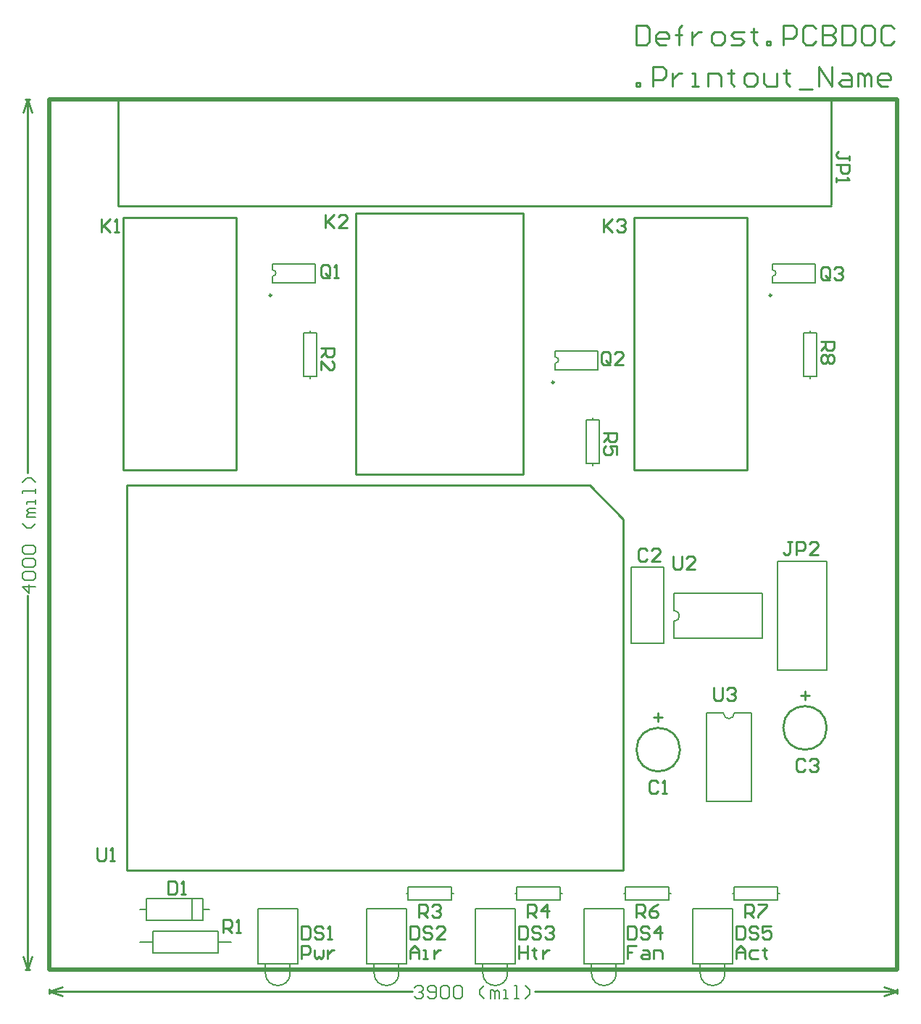
<source format=gto>
%FSLAX23Y23*%
%MOIN*%
G70*
G01*
G75*
%ADD10R,0.024X0.087*%
%ADD11R,0.024X0.087*%
%ADD12C,0.012*%
%ADD13C,0.020*%
%ADD14C,0.001*%
%ADD15C,0.001*%
%ADD16C,0.010*%
%ADD17C,0.006*%
%ADD18C,0.062*%
%ADD19C,0.070*%
%ADD20R,0.062X0.062*%
%ADD21C,0.120*%
%ADD22R,0.120X0.120*%
%ADD23R,0.110X0.110*%
%ADD24C,0.110*%
%ADD25C,0.175*%
%ADD26C,0.050*%
%ADD27C,0.010*%
%ADD28C,0.008*%
%ADD29C,0.005*%
%ADD30C,0.008*%
D13*
X0Y4000D02*
X3900D01*
Y0D02*
Y4000D01*
X0Y0D02*
X3900D01*
X0D02*
Y4000D01*
D14*
X2993Y-17D02*
G03*
X3107Y-17I57J0D01*
G01*
X1493D02*
G03*
X1607Y-17I57J0D01*
G01*
X2493D02*
G03*
X2607Y-17I57J0D01*
G01*
X1993D02*
G03*
X2107Y-17I57J0D01*
G01*
X993D02*
G03*
X1107Y-17I57J0D01*
G01*
D15*
X2958Y279D02*
X3142D01*
X2958Y27D02*
Y279D01*
Y27D02*
X3142D01*
Y279D01*
X3107Y-17D02*
Y27D01*
X2993Y-17D02*
Y27D01*
X1493Y-17D02*
Y27D01*
X1607Y-17D02*
Y27D01*
X1642D02*
Y279D01*
X1458Y27D02*
X1642D01*
X1458D02*
Y279D01*
X1642D01*
X2493Y-17D02*
Y27D01*
X2607Y-17D02*
Y27D01*
X2642D02*
Y279D01*
X2458Y27D02*
X2642D01*
X2458D02*
Y279D01*
X2642D01*
X1958D02*
X2142D01*
X1958Y27D02*
Y279D01*
Y27D02*
X2142D01*
Y279D01*
X2107Y-17D02*
Y27D01*
X1993Y-17D02*
Y27D01*
X993Y-17D02*
Y27D01*
X1107Y-17D02*
Y27D01*
X1142D02*
Y279D01*
X958Y27D02*
X1142D01*
X958D02*
Y279D01*
X1142D01*
D16*
X2900Y1010D02*
G03*
X2900Y1010I-100J0D01*
G01*
X3575Y1110D02*
G03*
X3575Y1110I-100J0D01*
G01*
X1410Y3475D02*
X2180D01*
X1410Y2275D02*
Y3475D01*
Y2275D02*
X2180D01*
Y3475D01*
X2780Y1160D02*
X2820D01*
X2800Y1140D02*
Y1180D01*
X3455Y1260D02*
X3495D01*
X3475Y1240D02*
Y1280D01*
X2690Y3455D02*
X3210D01*
X2690Y2295D02*
Y3455D01*
Y2295D02*
X3210D01*
Y3455D01*
X340D02*
X860D01*
X340Y2295D02*
Y3455D01*
Y2295D02*
X860D01*
Y3455D01*
X2640Y455D02*
Y2070D01*
X355Y455D02*
X2640D01*
X355D02*
Y2225D01*
X2485D02*
X2640Y2070D01*
X355Y2225D02*
X2485D01*
X3596Y3514D02*
Y3994D01*
X316Y3509D02*
Y3994D01*
X3596D01*
X316Y3509D02*
X3596D01*
X1290Y3190D02*
Y3230D01*
X1280Y3240D01*
X1260D01*
X1250Y3230D01*
Y3190D01*
X1260Y3180D01*
X1280D01*
X1270Y3200D02*
X1290Y3180D01*
X1280D02*
X1290Y3190D01*
X1310Y3180D02*
X1330D01*
X1320D01*
Y3240D01*
X1310Y3230D01*
X3415Y1965D02*
X3395D01*
X3405D01*
Y1915D01*
X3395Y1905D01*
X3385D01*
X3375Y1915D01*
X3435Y1905D02*
Y1965D01*
X3465D01*
X3475Y1955D01*
Y1935D01*
X3465Y1925D01*
X3435D01*
X3535Y1905D02*
X3495D01*
X3535Y1945D01*
Y1955D01*
X3525Y1965D01*
X3505D01*
X3495Y1955D01*
X3475Y960D02*
X3465Y970D01*
X3445D01*
X3435Y960D01*
Y920D01*
X3445Y910D01*
X3465D01*
X3475Y920D01*
X3495Y960D02*
X3505Y970D01*
X3525D01*
X3535Y960D01*
Y950D01*
X3525Y940D01*
X3515D01*
X3525D01*
X3535Y930D01*
Y920D01*
X3525Y910D01*
X3505D01*
X3495Y920D01*
X2800Y860D02*
X2790Y870D01*
X2770D01*
X2760Y860D01*
Y820D01*
X2770Y810D01*
X2790D01*
X2800Y820D01*
X2820Y810D02*
X2840D01*
X2830D01*
Y870D01*
X2820Y860D01*
X2750Y1925D02*
X2740Y1935D01*
X2720D01*
X2710Y1925D01*
Y1885D01*
X2720Y1875D01*
X2740D01*
X2750Y1885D01*
X2810Y1875D02*
X2770D01*
X2810Y1915D01*
Y1925D01*
X2800Y1935D01*
X2780D01*
X2770Y1925D01*
X545Y405D02*
Y345D01*
X575D01*
X585Y355D01*
Y395D01*
X575Y405D01*
X545D01*
X605Y345D02*
X625D01*
X615D01*
Y405D01*
X605Y395D01*
X3680Y3720D02*
Y3740D01*
Y3730D01*
X3630D01*
X3620Y3740D01*
Y3750D01*
X3630Y3760D01*
X3620Y3700D02*
X3680D01*
Y3670D01*
X3670Y3660D01*
X3650D01*
X3640Y3670D01*
Y3700D01*
X3620Y3640D02*
Y3620D01*
Y3630D01*
X3680D01*
X3670Y3640D01*
X1270Y3470D02*
Y3410D01*
Y3430D01*
X1310Y3470D01*
X1280Y3440D01*
X1310Y3410D01*
X1370D02*
X1330D01*
X1370Y3450D01*
Y3460D01*
X1360Y3470D01*
X1340D01*
X1330Y3460D01*
X2580Y2790D02*
Y2830D01*
X2570Y2840D01*
X2550D01*
X2540Y2830D01*
Y2790D01*
X2550Y2780D01*
X2570D01*
X2560Y2800D02*
X2580Y2780D01*
X2570D02*
X2580Y2790D01*
X2640Y2780D02*
X2600D01*
X2640Y2820D01*
Y2830D01*
X2630Y2840D01*
X2610D01*
X2600Y2830D01*
X3590Y3180D02*
Y3220D01*
X3580Y3230D01*
X3560D01*
X3550Y3220D01*
Y3180D01*
X3560Y3170D01*
X3580D01*
X3570Y3190D02*
X3590Y3170D01*
X3580D02*
X3590Y3180D01*
X3610Y3220D02*
X3620Y3230D01*
X3640D01*
X3650Y3220D01*
Y3210D01*
X3640Y3200D01*
X3630D01*
X3640D01*
X3650Y3190D01*
Y3180D01*
X3640Y3170D01*
X3620D01*
X3610Y3180D01*
X2870Y1900D02*
Y1850D01*
X2880Y1840D01*
X2900D01*
X2910Y1850D01*
Y1900D01*
X2970Y1840D02*
X2930D01*
X2970Y1880D01*
Y1890D01*
X2960Y1900D01*
X2940D01*
X2930Y1890D01*
X2550Y2465D02*
X2610D01*
Y2435D01*
X2600Y2425D01*
X2580D01*
X2570Y2435D01*
Y2465D01*
Y2445D02*
X2550Y2425D01*
X2610Y2365D02*
Y2405D01*
X2580D01*
X2590Y2385D01*
Y2375D01*
X2580Y2365D01*
X2560D01*
X2550Y2375D01*
Y2395D01*
X2560Y2405D01*
X3550Y2885D02*
X3610D01*
Y2855D01*
X3600Y2845D01*
X3580D01*
X3570Y2855D01*
Y2885D01*
Y2865D02*
X3550Y2845D01*
X3600Y2825D02*
X3610Y2815D01*
Y2795D01*
X3600Y2785D01*
X3590D01*
X3580Y2795D01*
X3570Y2785D01*
X3560D01*
X3550Y2795D01*
Y2815D01*
X3560Y2825D01*
X3570D01*
X3580Y2815D01*
X3590Y2825D01*
X3600D01*
X3580Y2815D02*
Y2795D01*
X800Y170D02*
Y230D01*
X830D01*
X840Y220D01*
Y200D01*
X830Y190D01*
X800D01*
X820D02*
X840Y170D01*
X860D02*
X880D01*
X870D01*
Y230D01*
X860Y220D01*
X2200Y240D02*
Y300D01*
X2230D01*
X2240Y290D01*
Y270D01*
X2230Y260D01*
X2200D01*
X2220D02*
X2240Y240D01*
X2290D02*
Y300D01*
X2260Y270D01*
X2300D01*
X2700Y240D02*
Y300D01*
X2730D01*
X2740Y290D01*
Y270D01*
X2730Y260D01*
X2700D01*
X2720D02*
X2740Y240D01*
X2800Y300D02*
X2780Y290D01*
X2760Y270D01*
Y250D01*
X2770Y240D01*
X2790D01*
X2800Y250D01*
Y260D01*
X2790Y270D01*
X2760D01*
X1700Y240D02*
Y300D01*
X1730D01*
X1740Y290D01*
Y270D01*
X1730Y260D01*
X1700D01*
X1720D02*
X1740Y240D01*
X1760Y290D02*
X1770Y300D01*
X1790D01*
X1800Y290D01*
Y280D01*
X1790Y270D01*
X1780D01*
X1790D01*
X1800Y260D01*
Y250D01*
X1790Y240D01*
X1770D01*
X1760Y250D01*
X1160Y200D02*
Y140D01*
X1190D01*
X1200Y150D01*
Y190D01*
X1190Y200D01*
X1160D01*
X1260Y190D02*
X1250Y200D01*
X1230D01*
X1220Y190D01*
Y180D01*
X1230Y170D01*
X1250D01*
X1260Y160D01*
Y150D01*
X1250Y140D01*
X1230D01*
X1220Y150D01*
X1280Y140D02*
X1300D01*
X1290D01*
Y200D01*
X1280Y190D01*
X2160Y200D02*
Y140D01*
X2190D01*
X2200Y150D01*
Y190D01*
X2190Y200D01*
X2160D01*
X2260Y190D02*
X2250Y200D01*
X2230D01*
X2220Y190D01*
Y180D01*
X2230Y170D01*
X2250D01*
X2260Y160D01*
Y150D01*
X2250Y140D01*
X2230D01*
X2220Y150D01*
X2280Y190D02*
X2290Y200D01*
X2310D01*
X2320Y190D01*
Y180D01*
X2310Y170D01*
X2300D01*
X2310D01*
X2320Y160D01*
Y150D01*
X2310Y140D01*
X2290D01*
X2280Y150D01*
X2660Y200D02*
Y140D01*
X2690D01*
X2700Y150D01*
Y190D01*
X2690Y200D01*
X2660D01*
X2760Y190D02*
X2750Y200D01*
X2730D01*
X2720Y190D01*
Y180D01*
X2730Y170D01*
X2750D01*
X2760Y160D01*
Y150D01*
X2750Y140D01*
X2730D01*
X2720Y150D01*
X2810Y140D02*
Y200D01*
X2780Y170D01*
X2820D01*
X3160Y200D02*
Y140D01*
X3190D01*
X3200Y150D01*
Y190D01*
X3190Y200D01*
X3160D01*
X3260Y190D02*
X3250Y200D01*
X3230D01*
X3220Y190D01*
Y180D01*
X3230Y170D01*
X3250D01*
X3260Y160D01*
Y150D01*
X3250Y140D01*
X3230D01*
X3220Y150D01*
X3320Y200D02*
X3280D01*
Y170D01*
X3300Y180D01*
X3310D01*
X3320Y170D01*
Y150D01*
X3310Y140D01*
X3290D01*
X3280Y150D01*
X1660Y200D02*
Y140D01*
X1690D01*
X1700Y150D01*
Y190D01*
X1690Y200D01*
X1660D01*
X1760Y190D02*
X1750Y200D01*
X1730D01*
X1720Y190D01*
Y180D01*
X1730Y170D01*
X1750D01*
X1760Y160D01*
Y150D01*
X1750Y140D01*
X1730D01*
X1720Y150D01*
X1820Y140D02*
X1780D01*
X1820Y180D01*
Y190D01*
X1810Y200D01*
X1790D01*
X1780Y190D01*
X1250Y2855D02*
X1310D01*
Y2825D01*
X1300Y2815D01*
X1280D01*
X1270Y2825D01*
Y2855D01*
Y2835D02*
X1250Y2815D01*
Y2755D02*
Y2795D01*
X1290Y2755D01*
X1300D01*
X1310Y2765D01*
Y2785D01*
X1300Y2795D01*
X3200Y240D02*
Y300D01*
X3230D01*
X3240Y290D01*
Y270D01*
X3230Y260D01*
X3200D01*
X3220D02*
X3240Y240D01*
X3260Y300D02*
X3300D01*
Y290D01*
X3260Y250D01*
Y240D01*
X3055Y1295D02*
Y1245D01*
X3065Y1235D01*
X3085D01*
X3095Y1245D01*
Y1295D01*
X3115Y1285D02*
X3125Y1295D01*
X3145D01*
X3155Y1285D01*
Y1275D01*
X3145Y1265D01*
X3135D01*
X3145D01*
X3155Y1255D01*
Y1245D01*
X3145Y1235D01*
X3125D01*
X3115Y1245D01*
X2550Y3450D02*
Y3390D01*
Y3410D01*
X2590Y3450D01*
X2560Y3420D01*
X2590Y3390D01*
X2610Y3440D02*
X2620Y3450D01*
X2640D01*
X2650Y3440D01*
Y3430D01*
X2640Y3420D01*
X2630D01*
X2640D01*
X2650Y3410D01*
Y3400D01*
X2640Y3390D01*
X2620D01*
X2610Y3400D01*
X240Y3450D02*
Y3390D01*
Y3410D01*
X280Y3450D01*
X250Y3420D01*
X280Y3390D01*
X300D02*
X320D01*
X310D01*
Y3450D01*
X300Y3440D01*
X220Y560D02*
Y510D01*
X230Y500D01*
X250D01*
X260Y510D01*
Y560D01*
X280Y500D02*
X300D01*
X290D01*
Y560D01*
X280Y550D01*
X1160Y50D02*
Y110D01*
X1190D01*
X1200Y100D01*
Y80D01*
X1190Y70D01*
X1160D01*
X1220Y90D02*
Y60D01*
X1230Y50D01*
X1240Y60D01*
X1250Y50D01*
X1260Y60D01*
Y90D01*
X1280D02*
Y50D01*
Y70D01*
X1290Y80D01*
X1300Y90D01*
X1310D01*
X1660Y50D02*
Y90D01*
X1680Y110D01*
X1700Y90D01*
Y50D01*
Y80D01*
X1660D01*
X1720Y50D02*
X1740D01*
X1730D01*
Y90D01*
X1720D01*
X1770D02*
Y50D01*
Y70D01*
X1780Y80D01*
X1790Y90D01*
X1800D01*
X2160Y110D02*
Y50D01*
Y80D01*
X2200D01*
Y110D01*
Y50D01*
X2230Y100D02*
Y90D01*
X2220D01*
X2240D01*
X2230D01*
Y60D01*
X2240Y50D01*
X2270Y90D02*
Y50D01*
Y70D01*
X2280Y80D01*
X2290Y90D01*
X2300D01*
X2700Y110D02*
X2660D01*
Y80D01*
X2680D01*
X2660D01*
Y50D01*
X2730Y90D02*
X2750D01*
X2760Y80D01*
Y50D01*
X2730D01*
X2720Y60D01*
X2730Y70D01*
X2760D01*
X2780Y50D02*
Y90D01*
X2810D01*
X2820Y80D01*
Y50D01*
X3160D02*
Y90D01*
X3180Y110D01*
X3200Y90D01*
Y50D01*
Y80D01*
X3160D01*
X3260Y90D02*
X3230D01*
X3220Y80D01*
Y60D01*
X3230Y50D01*
X3260D01*
X3290Y100D02*
Y90D01*
X3280D01*
X3300D01*
X3290D01*
Y60D01*
X3300Y50D01*
X3900Y-110D02*
Y-90D01*
X0Y-110D02*
Y-90D01*
X3840Y-120D02*
X3900Y-100D01*
X3840Y-80D02*
X3900Y-100D01*
X0D02*
X60Y-120D01*
X0Y-100D02*
X60Y-80D01*
X2231Y-100D02*
X3900D01*
X0D02*
X1669D01*
X-110Y4000D02*
X-90D01*
X-110Y0D02*
X-90D01*
X-100Y4000D02*
X-80Y3940D01*
X-120D02*
X-100Y4000D01*
Y0D02*
X-80Y60D01*
X-120D02*
X-100Y0D01*
Y2281D02*
Y4000D01*
Y0D02*
Y1719D01*
X2699Y4340D02*
Y4250D01*
X2744D01*
X2759Y4265D01*
Y4325D01*
X2744Y4340D01*
X2699D01*
X2834Y4250D02*
X2804D01*
X2789Y4265D01*
Y4295D01*
X2804Y4310D01*
X2834D01*
X2849Y4295D01*
Y4280D01*
X2789D01*
X2894Y4250D02*
Y4325D01*
Y4295D01*
X2879D01*
X2909D01*
X2894D01*
Y4325D01*
X2909Y4340D01*
X2954Y4310D02*
Y4250D01*
Y4280D01*
X2969Y4295D01*
X2984Y4310D01*
X2999D01*
X3059Y4250D02*
X3089D01*
X3104Y4265D01*
Y4295D01*
X3089Y4310D01*
X3059D01*
X3044Y4295D01*
Y4265D01*
X3059Y4250D01*
X3134D02*
X3179D01*
X3194Y4265D01*
X3179Y4280D01*
X3149D01*
X3134Y4295D01*
X3149Y4310D01*
X3194D01*
X3239Y4325D02*
Y4310D01*
X3224D01*
X3254D01*
X3239D01*
Y4265D01*
X3254Y4250D01*
X3299D02*
Y4265D01*
X3314D01*
Y4250D01*
X3299D01*
X3374D02*
Y4340D01*
X3419D01*
X3434Y4325D01*
Y4295D01*
X3419Y4280D01*
X3374D01*
X3524Y4325D02*
X3509Y4340D01*
X3479D01*
X3464Y4325D01*
Y4265D01*
X3479Y4250D01*
X3509D01*
X3524Y4265D01*
X3554Y4340D02*
Y4250D01*
X3599D01*
X3614Y4265D01*
Y4280D01*
X3599Y4295D01*
X3554D01*
X3599D01*
X3614Y4310D01*
Y4325D01*
X3599Y4340D01*
X3554D01*
X3644D02*
Y4250D01*
X3689D01*
X3704Y4265D01*
Y4325D01*
X3689Y4340D01*
X3644D01*
X3779D02*
X3749D01*
X3734Y4325D01*
Y4265D01*
X3749Y4250D01*
X3779D01*
X3794Y4265D01*
Y4325D01*
X3779Y4340D01*
X3884Y4325D02*
X3869Y4340D01*
X3839D01*
X3824Y4325D01*
Y4265D01*
X3839Y4250D01*
X3869D01*
X3884Y4265D01*
X2699Y4060D02*
Y4075D01*
X2714D01*
Y4060D01*
X2699D01*
X2774D02*
Y4150D01*
X2819D01*
X2834Y4135D01*
Y4105D01*
X2819Y4090D01*
X2774D01*
X2864Y4120D02*
Y4060D01*
Y4090D01*
X2879Y4105D01*
X2894Y4120D01*
X2909D01*
X2954Y4060D02*
X2984D01*
X2969D01*
Y4120D01*
X2954D01*
X3029Y4060D02*
Y4120D01*
X3074D01*
X3089Y4105D01*
Y4060D01*
X3134Y4135D02*
Y4120D01*
X3119D01*
X3149D01*
X3134D01*
Y4075D01*
X3149Y4060D01*
X3209D02*
X3239D01*
X3254Y4075D01*
Y4105D01*
X3239Y4120D01*
X3209D01*
X3194Y4105D01*
Y4075D01*
X3209Y4060D01*
X3284Y4120D02*
Y4075D01*
X3299Y4060D01*
X3344D01*
Y4120D01*
X3389Y4135D02*
Y4120D01*
X3374D01*
X3404D01*
X3389D01*
Y4075D01*
X3404Y4060D01*
X3449Y4045D02*
X3509D01*
X3539Y4060D02*
Y4150D01*
X3599Y4060D01*
Y4150D01*
X3644Y4120D02*
X3674D01*
X3689Y4105D01*
Y4060D01*
X3644D01*
X3629Y4075D01*
X3644Y4090D01*
X3689D01*
X3719Y4060D02*
Y4120D01*
X3734D01*
X3749Y4105D01*
Y4060D01*
Y4105D01*
X3764Y4120D01*
X3779Y4105D01*
Y4060D01*
X3854D02*
X3824D01*
X3809Y4075D01*
Y4105D01*
X3824Y4120D01*
X3854D01*
X3869Y4105D01*
Y4090D01*
X3809D01*
D17*
X1679Y-86D02*
X1689Y-76D01*
X1709D01*
X1719Y-86D01*
Y-96D01*
X1709Y-106D01*
X1699D01*
X1709D01*
X1719Y-116D01*
Y-126D01*
X1709Y-136D01*
X1689D01*
X1679Y-126D01*
X1739D02*
X1749Y-136D01*
X1769D01*
X1779Y-126D01*
Y-86D01*
X1769Y-76D01*
X1749D01*
X1739Y-86D01*
Y-96D01*
X1749Y-106D01*
X1779D01*
X1799Y-86D02*
X1809Y-76D01*
X1829D01*
X1839Y-86D01*
Y-126D01*
X1829Y-136D01*
X1809D01*
X1799Y-126D01*
Y-86D01*
X1859D02*
X1869Y-76D01*
X1889D01*
X1899Y-86D01*
Y-126D01*
X1889Y-136D01*
X1869D01*
X1859Y-126D01*
Y-86D01*
X1999Y-136D02*
X1979Y-116D01*
Y-96D01*
X1999Y-76D01*
X2029Y-136D02*
Y-96D01*
X2039D01*
X2049Y-106D01*
Y-136D01*
Y-106D01*
X2059Y-96D01*
X2069Y-106D01*
Y-136D01*
X2089D02*
X2109D01*
X2099D01*
Y-96D01*
X2089D01*
X2139Y-136D02*
X2159D01*
X2149D01*
Y-76D01*
X2139D01*
X2189Y-136D02*
X2209Y-116D01*
Y-96D01*
X2189Y-76D01*
X-64Y1759D02*
X-124D01*
X-94Y1729D01*
Y1769D01*
X-114Y1789D02*
X-124Y1799D01*
Y1819D01*
X-114Y1829D01*
X-74D01*
X-64Y1819D01*
Y1799D01*
X-74Y1789D01*
X-114D01*
Y1849D02*
X-124Y1859D01*
Y1879D01*
X-114Y1889D01*
X-74D01*
X-64Y1879D01*
Y1859D01*
X-74Y1849D01*
X-114D01*
Y1909D02*
X-124Y1919D01*
Y1939D01*
X-114Y1949D01*
X-74D01*
X-64Y1939D01*
Y1919D01*
X-74Y1909D01*
X-114D01*
X-64Y2049D02*
X-84Y2029D01*
X-104D01*
X-124Y2049D01*
X-64Y2079D02*
X-104D01*
Y2089D01*
X-94Y2099D01*
X-64D01*
X-94D01*
X-104Y2109D01*
X-94Y2119D01*
X-64D01*
Y2139D02*
Y2159D01*
Y2149D01*
X-104D01*
Y2139D01*
X-64Y2189D02*
Y2209D01*
Y2199D01*
X-124D01*
Y2189D01*
X-64Y2239D02*
X-84Y2259D01*
X-104D01*
X-124Y2239D01*
D27*
X1021Y3098D02*
G03*
X1021Y3098I-5J0D01*
G01*
X3321D02*
G03*
X3321Y3098I-5J0D01*
G01*
X2321Y2698D02*
G03*
X2321Y2698I-5J0D01*
G01*
D28*
X1027Y3186D02*
G03*
X1027Y3214I0J14D01*
G01*
X2872Y1600D02*
G03*
X2872Y1650I0J25D01*
G01*
X3327Y3186D02*
G03*
X3327Y3214I0J14D01*
G01*
X2327Y2786D02*
G03*
X2327Y2814I0J14D01*
G01*
X3100Y1178D02*
G03*
X3150Y1178I25J0D01*
G01*
D29*
X2993Y-17D02*
G03*
X3107Y-17I57J0D01*
G01*
X1493D02*
G03*
X1607Y-17I57J0D01*
G01*
X2493D02*
G03*
X2607Y-17I57J0D01*
G01*
X1993D02*
G03*
X2107Y-17I57J0D01*
G01*
X993D02*
G03*
X1107Y-17I57J0D01*
G01*
X2958Y279D02*
X3142D01*
Y27D02*
Y279D01*
X2958Y27D02*
X3142D01*
X2958D02*
Y279D01*
X3107Y-17D02*
Y27D01*
X2993Y-17D02*
Y27D01*
X1493Y-17D02*
Y27D01*
X1607Y-17D02*
Y27D01*
X1458D02*
Y279D01*
Y27D02*
X1642D01*
Y279D01*
X1458D02*
X1642D01*
X2493Y-17D02*
Y27D01*
X2607Y-17D02*
Y27D01*
X2458D02*
Y279D01*
Y27D02*
X2642D01*
Y279D01*
X2458D02*
X2642D01*
X1958D02*
X2142D01*
Y27D02*
Y279D01*
X1958Y27D02*
X2142D01*
X1958D02*
Y279D01*
X2107Y-17D02*
Y27D01*
X1993Y-17D02*
Y27D01*
X993Y-17D02*
Y27D01*
X1107Y-17D02*
Y27D01*
X958D02*
Y279D01*
Y27D02*
X1142D01*
Y279D01*
X958D02*
X1142D01*
D30*
X1027Y3157D02*
Y3186D01*
Y3214D02*
Y3243D01*
X1223Y3157D02*
Y3243D01*
X1027Y3157D02*
X1223D01*
X1027Y3243D02*
X1223D01*
X3350Y1875D02*
X3575D01*
Y1375D02*
Y1875D01*
X3350Y1375D02*
Y1875D01*
Y1375D02*
X3575D01*
X2872Y1521D02*
Y1600D01*
Y1650D02*
Y1729D01*
X3278Y1521D02*
Y1729D01*
X2872Y1521D02*
X3278D01*
X2872Y1729D02*
X3278D01*
X2675Y1500D02*
X2825D01*
X2675D02*
Y1850D01*
X2825D01*
Y1500D02*
Y1850D01*
X3327Y3243D02*
X3523D01*
X3327Y3157D02*
X3523D01*
Y3243D01*
X3327Y3214D02*
Y3243D01*
Y3157D02*
Y3186D01*
X2327Y2843D02*
X2523D01*
X2327Y2757D02*
X2523D01*
Y2843D01*
X2327Y2814D02*
Y2843D01*
Y2757D02*
Y2786D01*
X3500Y2925D02*
Y2934D01*
Y2716D02*
Y2725D01*
Y2925D02*
X3530D01*
Y2725D02*
Y2925D01*
X3470Y2725D02*
X3530D01*
X3470D02*
Y2925D01*
X3500D01*
X2500Y2525D02*
Y2534D01*
Y2316D02*
Y2325D01*
Y2525D02*
X2530D01*
Y2325D02*
Y2525D01*
X2470Y2325D02*
X2530D01*
X2470D02*
Y2525D01*
X2500D01*
X1850Y350D02*
X1859D01*
X1641D02*
X1650D01*
X1850Y320D02*
Y350D01*
X1650Y320D02*
X1850D01*
X1650D02*
Y380D01*
X1850D01*
Y350D02*
Y380D01*
X2850Y350D02*
X2859D01*
X2641D02*
X2650D01*
X2850Y320D02*
Y350D01*
X2650Y320D02*
X2850D01*
X2650D02*
Y380D01*
X2850D01*
Y350D02*
Y380D01*
X2350Y350D02*
X2359D01*
X2141D02*
X2150D01*
X2350Y320D02*
Y350D01*
X2150Y320D02*
X2350D01*
X2150D02*
Y380D01*
X2350D01*
Y350D02*
Y380D01*
X705Y275D02*
X735D01*
X415D02*
X445D01*
X655Y225D02*
Y325D01*
X445D02*
X705D01*
Y225D02*
Y325D01*
X445Y225D02*
X705D01*
X445D02*
Y325D01*
X3350Y350D02*
X3359D01*
X3141D02*
X3150D01*
X3350Y320D02*
Y350D01*
X3150Y320D02*
X3350D01*
X3150D02*
Y380D01*
X3350D01*
Y350D02*
Y380D01*
X1200Y2925D02*
Y2934D01*
Y2716D02*
Y2725D01*
Y2925D02*
X1230D01*
Y2725D02*
Y2925D01*
X1170Y2725D02*
X1230D01*
X1170D02*
Y2925D01*
X1200D01*
X475Y75D02*
X775D01*
Y175D01*
X475D02*
X775D01*
X475Y75D02*
Y175D01*
X775Y125D02*
X835D01*
X415D02*
X475D01*
X3229Y772D02*
Y1178D01*
X3021Y772D02*
Y1178D01*
Y772D02*
X3229D01*
X3150Y1178D02*
X3229D01*
X3021D02*
X3100D01*
M02*

</source>
